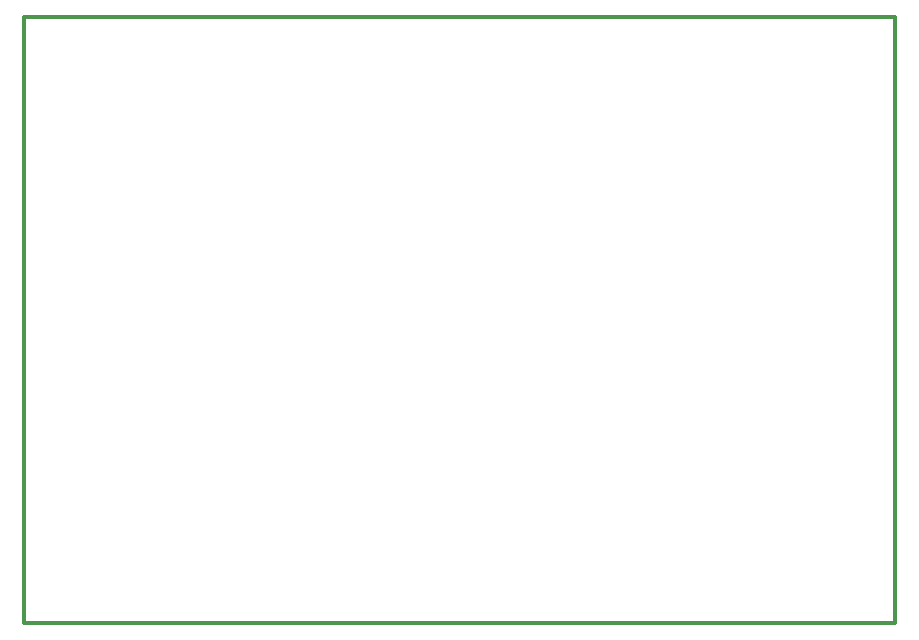
<source format=gko>
%FSLAX25Y25*%
%MOIN*%
G70*
G01*
G75*
G04 Layer_Color=16711935*
%ADD10C,0.09843*%
%ADD11R,0.05906X0.04331*%
%ADD12R,0.04331X0.05906*%
%ADD13R,0.11811X0.07874*%
%ADD14R,0.19685X0.11811*%
%ADD15O,0.01378X0.05512*%
%ADD16R,0.07874X0.11811*%
%ADD17R,0.11811X0.19685*%
%ADD18R,0.11811X0.03937*%
%ADD19R,0.19685X0.07874*%
%ADD20R,0.03543X0.03937*%
%ADD21R,0.10236X0.16142*%
%ADD22R,0.03937X0.03543*%
%ADD23O,0.02362X0.05906*%
G04:AMPARAMS|DCode=24|XSize=39.37mil|YSize=78.74mil|CornerRadius=9.84mil|HoleSize=0mil|Usage=FLASHONLY|Rotation=0.000|XOffset=0mil|YOffset=0mil|HoleType=Round|Shape=RoundedRectangle|*
%AMROUNDEDRECTD24*
21,1,0.03937,0.05906,0,0,0.0*
21,1,0.01969,0.07874,0,0,0.0*
1,1,0.01969,0.00984,-0.02953*
1,1,0.01969,-0.00984,-0.02953*
1,1,0.01969,-0.00984,0.02953*
1,1,0.01969,0.00984,0.02953*
%
%ADD24ROUNDEDRECTD24*%
G04:AMPARAMS|DCode=25|XSize=2559.05mil|YSize=551.18mil|CornerRadius=137.8mil|HoleSize=0mil|Usage=FLASHONLY|Rotation=0.000|XOffset=0mil|YOffset=0mil|HoleType=Round|Shape=RoundedRectangle|*
%AMROUNDEDRECTD25*
21,1,2.55905,0.27559,0,0,0.0*
21,1,2.28347,0.55118,0,0,0.0*
1,1,0.27559,1.14173,-0.13780*
1,1,0.27559,-1.14173,-0.13780*
1,1,0.27559,-1.14173,0.13780*
1,1,0.27559,1.14173,0.13780*
%
%ADD25ROUNDEDRECTD25*%
%ADD26R,0.09449X0.10827*%
%ADD27C,0.01575*%
%ADD28C,0.01969*%
%ADD29C,0.03937*%
%ADD30C,0.01181*%
%ADD31C,0.00984*%
%ADD32C,0.05906*%
%ADD33R,0.05906X0.05906*%
%ADD34O,0.17716X0.07874*%
%ADD35O,0.15748X0.07874*%
%ADD36O,0.07874X0.15748*%
%ADD37C,0.05906*%
%ADD38C,0.03543*%
%ADD39C,0.03937*%
%ADD40C,0.03150*%
%ADD41C,0.12992*%
%ADD42C,0.01000*%
%ADD43C,0.00394*%
%ADD44C,0.00600*%
%ADD45C,0.00118*%
%ADD46C,0.07937*%
D30*
X0Y0D02*
X290583D01*
Y202102D01*
X0D02*
X290583D01*
X0Y0D02*
Y202102D01*
M02*

</source>
